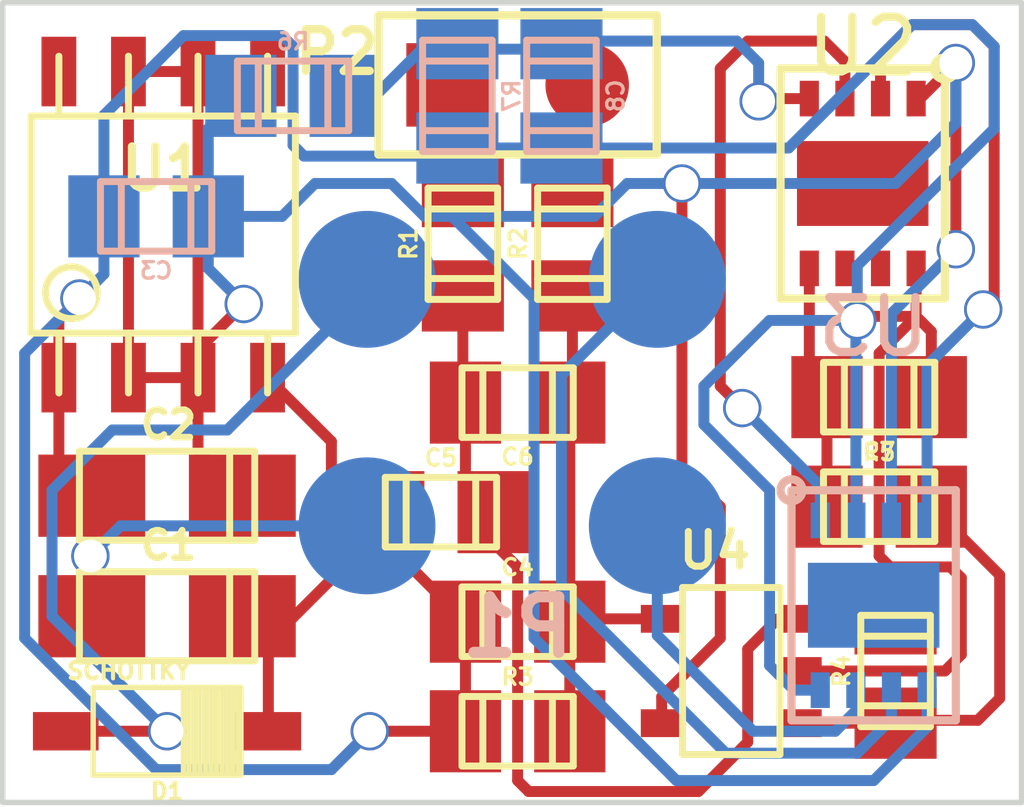
<source format=kicad_pcb>
(kicad_pcb (version 3) (host pcbnew "(2013-05-31 BZR 4019)-stable")

  (general
    (links 48)
    (no_connects 0)
    (area 144.287126 142.991 166.740111 160.44178)
    (thickness 1.6)
    (drawings 4)
    (tracks 190)
    (zones 0)
    (modules 22)
    (nets 16)
  )

  (page A3)
  (layers
    (15 F.Cu signal)
    (0 B.Cu signal)
    (16 B.Adhes user)
    (17 F.Adhes user)
    (18 B.Paste user)
    (19 F.Paste user)
    (20 B.SilkS user)
    (21 F.SilkS user)
    (22 B.Mask user)
    (23 F.Mask user)
    (24 Dwgs.User user)
    (25 Cmts.User user)
    (26 Eco1.User user)
    (27 Eco2.User user)
    (28 Edge.Cuts user)
  )

  (setup
    (last_trace_width 0.2)
    (trace_clearance 0.155)
    (zone_clearance 0.508)
    (zone_45_only no)
    (trace_min 0.155)
    (segment_width 0.2)
    (edge_width 0.1)
    (via_size 0.7)
    (via_drill 0.6)
    (via_min_size 0.45)
    (via_min_drill 0.508)
    (uvia_size 0.508)
    (uvia_drill 0.127)
    (uvias_allowed no)
    (uvia_min_size 0.508)
    (uvia_min_drill 0.127)
    (pcb_text_width 0.3)
    (pcb_text_size 1.5 1.5)
    (mod_edge_width 0.15)
    (mod_text_size 1 1)
    (mod_text_width 0.15)
    (pad_size 2.5 2.5)
    (pad_drill 0)
    (pad_to_mask_clearance 0)
    (aux_axis_origin 0 0)
    (visible_elements 7FFF7FFF)
    (pcbplotparams
      (layerselection 3178497)
      (usegerberextensions true)
      (excludeedgelayer true)
      (linewidth 0.150000)
      (plotframeref false)
      (viasonmask false)
      (mode 1)
      (useauxorigin false)
      (hpglpennumber 1)
      (hpglpenspeed 20)
      (hpglpendiameter 15)
      (hpglpenoverlay 2)
      (psnegative false)
      (psa4output false)
      (plotreference true)
      (plotvalue true)
      (plotothertext true)
      (plotinvisibletext false)
      (padsonsilk false)
      (subtractmaskfromsilk false)
      (outputformat 1)
      (mirror false)
      (drillshape 1)
      (scaleselection 1)
      (outputdirectory ""))
  )

  (net 0 "")
  (net 1 N-000001)
  (net 2 N-0000010)
  (net 3 N-0000013)
  (net 4 N-0000014)
  (net 5 N-0000015)
  (net 6 N-0000016)
  (net 7 N-0000017)
  (net 8 N-000002)
  (net 9 N-000003)
  (net 10 N-000004)
  (net 11 N-000005)
  (net 12 N-000006)
  (net 13 N-000007)
  (net 14 N-000008)
  (net 15 N-000009)

  (net_class Default "This is the default net class."
    (clearance 0.155)
    (trace_width 0.2)
    (via_dia 0.7)
    (via_drill 0.6)
    (uvia_dia 0.508)
    (uvia_drill 0.127)
    (add_net "")
    (add_net N-000001)
    (add_net N-0000010)
    (add_net N-0000013)
    (add_net N-0000014)
    (add_net N-0000015)
    (add_net N-0000016)
    (add_net N-0000017)
    (add_net N-000002)
    (add_net N-000003)
    (add_net N-000004)
    (add_net N-000005)
    (add_net N-000006)
    (add_net N-000007)
    (add_net N-000008)
    (add_net N-000009)
  )

  (module EGT_connector   locked (layer B.Cu) (tedit 51D39846) (tstamp 51D3922C)
    (at 153.9 152.9)
    (descr "Double rangee de contacts 2 x 2 pins")
    (tags CONN)
    (path /51D31415)
    (fp_text reference P1 (at 0.1 4.1) (layer B.SilkS)
      (effects (font (size 1.016 1.016) (thickness 0.2032)) (justify mirror))
    )
    (fp_text value CONN_4 (at 0.2 -4.8) (layer B.SilkS) hide
      (effects (font (size 1.016 1.016) (thickness 0.2032)) (justify mirror))
    )
    (pad 1 smd circle (at -2.65 -2.25) (size 2.5 2.5)
      (layers B.Cu B.Paste B.Mask)
      (net 13 N-000007)
    )
    (pad 2 smd circle (at -2.65 2.25) (size 2.5 2.5)
      (layers B.Cu B.Paste B.Mask)
      (net 14 N-000008)
    )
    (pad 3 smd circle (at 2.65 -2.25) (size 2.5 2.5)
      (layers B.Cu B.Paste B.Mask)
      (net 2 N-0000010)
    )
    (pad 4 smd circle (at 2.65 2.25) (size 2.5 2.5)
      (layers B.Cu B.Paste B.Mask)
      (net 15 N-000009)
    )
    (model pin_array/pins_array_2x2.wrl
      (at (xyz 0 0 0))
      (scale (xyz 1 1 1))
      (rotate (xyz 0 0 0))
    )
  )

  (module SOT23-5 (layer F.Cu) (tedit 51D39AD0) (tstamp 51D391F2)
    (at 157.9 157.8 90)
    (path /51D2E39A)
    (attr smd)
    (fp_text reference U4 (at 2.19964 -0.29972 180) (layer F.SilkS)
      (effects (font (size 0.635 0.635) (thickness 0.127)))
    )
    (fp_text value AD8628 (at 0 0 90) (layer F.SilkS) hide
      (effects (font (size 0.635 0.635) (thickness 0.127)))
    )
    (fp_line (start 1.524 -0.889) (end 1.524 0.889) (layer F.SilkS) (width 0.127))
    (fp_line (start 1.524 0.889) (end -1.524 0.889) (layer F.SilkS) (width 0.127))
    (fp_line (start -1.524 0.889) (end -1.524 -0.889) (layer F.SilkS) (width 0.127))
    (fp_line (start -1.524 -0.889) (end 1.524 -0.889) (layer F.SilkS) (width 0.127))
    (pad 1 smd rect (at -0.9525 1.27 90) (size 0.508 0.762)
      (layers F.Cu F.Paste F.Mask)
      (net 6 N-0000016)
    )
    (pad 3 smd rect (at 0.9525 1.27 90) (size 0.508 0.762)
      (layers F.Cu F.Paste F.Mask)
      (net 3 N-0000013)
    )
    (pad 5 smd rect (at -0.9525 -1.27 90) (size 0.508 0.762)
      (layers F.Cu F.Paste F.Mask)
      (net 12 N-000006)
    )
    (pad 2 smd rect (at 0 1.27 90) (size 0.508 0.762)
      (layers F.Cu F.Paste F.Mask)
      (net 14 N-000008)
    )
    (pad 4 smd rect (at 0.9525 -1.27 90) (size 0.508 0.762)
      (layers F.Cu F.Paste F.Mask)
      (net 5 N-0000015)
    )
    (model smd/SOT23_5.wrl
      (at (xyz 0 0 0))
      (scale (xyz 0.1 0.1 0.1))
      (rotate (xyz 0 0 0))
    )
  )

  (module SOD-123 (layer F.Cu) (tedit 4C3ED0DD) (tstamp 51D39207)
    (at 147.6 158.9)
    (path /51D3136E)
    (fp_text reference D1 (at 0 1.09982) (layer F.SilkS)
      (effects (font (size 0.29972 0.29972) (thickness 0.0762)))
    )
    (fp_text value SCHOTTKY (at -0.70104 -1.09982) (layer F.SilkS)
      (effects (font (size 0.29972 0.29972) (thickness 0.0762)))
    )
    (fp_line (start 0.29972 -0.8001) (end 0.29972 0.8001) (layer F.SilkS) (width 0.09906))
    (fp_line (start 0.39878 -0.8001) (end 0.39878 0.8001) (layer F.SilkS) (width 0.09906))
    (fp_line (start 0.50038 0.8001) (end 0.50038 -0.8001) (layer F.SilkS) (width 0.09906))
    (fp_line (start 0.59944 -0.8001) (end 0.59944 0.8001) (layer F.SilkS) (width 0.09906))
    (fp_line (start 0.70104 0.8001) (end 0.70104 -0.8001) (layer F.SilkS) (width 0.09906))
    (fp_line (start 1.30048 -0.8001) (end 1.30048 0.7493) (layer F.SilkS) (width 0.09906))
    (fp_line (start 1.19888 0.8001) (end 1.19888 -0.8001) (layer F.SilkS) (width 0.09906))
    (fp_line (start 1.09982 0.8001) (end 1.09982 -0.8001) (layer F.SilkS) (width 0.09906))
    (fp_line (start 1.00076 -0.8001) (end 1.00076 0.8001) (layer F.SilkS) (width 0.09906))
    (fp_line (start 0.89916 0.8001) (end 0.89916 -0.8001) (layer F.SilkS) (width 0.09906))
    (fp_line (start 0.8001 -0.8001) (end 0.8001 0.8001) (layer F.SilkS) (width 0.09906))
    (fp_line (start -1.34874 -0.8001) (end 1.34874 -0.8001) (layer F.SilkS) (width 0.09906))
    (fp_line (start 1.34874 -0.8001) (end 1.34874 0.8001) (layer F.SilkS) (width 0.09906))
    (fp_line (start 1.34874 0.8001) (end -1.34874 0.8001) (layer F.SilkS) (width 0.09906))
    (fp_line (start -1.34874 0.8001) (end -1.34874 -0.8001) (layer F.SilkS) (width 0.09906))
    (pad 1 smd rect (at -1.84912 0) (size 1.19888 0.70104)
      (layers F.Cu F.Paste F.Mask)
      (net 13 N-000007)
      (clearance 0.14986)
    )
    (pad 2 smd rect (at 1.84912 0) (size 1.19888 0.70104)
      (layers F.Cu F.Paste F.Mask)
      (net 10 N-000004)
      (clearance 0.14986)
    )
  )

  (module so-8 (layer F.Cu) (tedit 51D39ADB) (tstamp 51D39220)
    (at 147.53 149.65)
    (descr SO-8)
    (path /51D38633)
    (attr smd)
    (fp_text reference U1 (at 0 -1.016) (layer F.SilkS)
      (effects (font (size 0.7493 0.7493) (thickness 0.14986)))
    )
    (fp_text value MC33269 (at 0 1.016) (layer F.SilkS) hide
      (effects (font (size 0.7493 0.7493) (thickness 0.14986)))
    )
    (fp_line (start -2.413 -1.9812) (end -2.413 1.9812) (layer F.SilkS) (width 0.127))
    (fp_line (start -2.413 1.9812) (end 2.413 1.9812) (layer F.SilkS) (width 0.127))
    (fp_line (start 2.413 1.9812) (end 2.413 -1.9812) (layer F.SilkS) (width 0.127))
    (fp_line (start 2.413 -1.9812) (end -2.413 -1.9812) (layer F.SilkS) (width 0.127))
    (fp_line (start -1.905 -1.9812) (end -1.905 -3.0734) (layer F.SilkS) (width 0.127))
    (fp_line (start -0.635 -1.9812) (end -0.635 -3.0734) (layer F.SilkS) (width 0.127))
    (fp_line (start 0.635 -1.9812) (end 0.635 -3.0734) (layer F.SilkS) (width 0.127))
    (fp_line (start 1.905 -3.0734) (end 1.905 -1.9812) (layer F.SilkS) (width 0.127))
    (fp_line (start 1.905 1.9812) (end 1.905 3.0734) (layer F.SilkS) (width 0.127))
    (fp_line (start 0.635 3.0734) (end 0.635 1.9812) (layer F.SilkS) (width 0.127))
    (fp_line (start -0.635 3.0734) (end -0.635 1.9812) (layer F.SilkS) (width 0.127))
    (fp_line (start -1.905 3.0734) (end -1.905 1.9812) (layer F.SilkS) (width 0.127))
    (fp_circle (center -1.6764 1.2446) (end -1.9558 1.6256) (layer F.SilkS) (width 0.127))
    (pad 1 smd rect (at -1.905 2.794) (size 0.635 1.27)
      (layers F.Cu F.Paste F.Mask)
      (net 14 N-000008)
    )
    (pad 2 smd rect (at -0.635 2.794) (size 0.635 1.27)
      (layers F.Cu F.Paste F.Mask)
      (net 12 N-000006)
    )
    (pad 3 smd rect (at 0.635 2.794) (size 0.635 1.27)
      (layers F.Cu F.Paste F.Mask)
      (net 12 N-000006)
    )
    (pad 4 smd rect (at 1.905 2.794) (size 0.635 1.27)
      (layers F.Cu F.Paste F.Mask)
      (net 10 N-000004)
    )
    (pad 5 smd rect (at 1.905 -2.794) (size 0.635 1.27)
      (layers F.Cu F.Paste F.Mask)
    )
    (pad 6 smd rect (at 0.635 -2.794) (size 0.635 1.27)
      (layers F.Cu F.Paste F.Mask)
      (net 12 N-000006)
    )
    (pad 7 smd rect (at -0.635 -2.794) (size 0.635 1.27)
      (layers F.Cu F.Paste F.Mask)
      (net 12 N-000006)
    )
    (pad 8 smd rect (at -1.905 -2.794) (size 0.635 1.27)
      (layers F.Cu F.Paste F.Mask)
    )
    (model smd/smd_dil/so-8.wrl
      (at (xyz 0 0 0))
      (scale (xyz 1 1 1))
      (rotate (xyz 0 0 0))
    )
  )

  (module dfn8 (layer F.Cu) (tedit 51D3D0EA) (tstamp 51D39248)
    (at 160.3 148.9 180)
    (path /51D2DDA0)
    (fp_text reference U2 (at 0 2.5 180) (layer F.SilkS)
      (effects (font (size 1 1) (thickness 0.15)))
    )
    (fp_text value PIC12F1840 (at 0 -5.08 180) (layer F.SilkS) hide
      (effects (font (size 1 1) (thickness 0.15)))
    )
    (fp_circle (center -1.5 2.1) (end -1.7 2.1) (layer F.SilkS) (width 0.15))
    (fp_line (start -1.5 -2.1) (end -1.5 2.1) (layer F.SilkS) (width 0.15))
    (fp_line (start -1.5 2.1) (end 1.5 2.1) (layer F.SilkS) (width 0.15))
    (fp_line (start 1.5 2.1) (end 1.5 -2.1) (layer F.SilkS) (width 0.15))
    (fp_line (start 1.5 -2.1) (end -1.5 -2.1) (layer F.SilkS) (width 0.15))
    (pad 9 smd rect (at 0 0 180) (size 2.4 1.55)
      (layers F.Cu F.Paste F.Mask)
    )
    (pad 1 smd rect (at -0.975 1.55 180) (size 0.35 0.65)
      (layers F.Cu F.Paste F.Mask)
      (net 12 N-000006)
    )
    (pad 2 smd rect (at -0.325 1.55 180) (size 0.35 0.65)
      (layers F.Cu F.Paste F.Mask)
      (net 1 N-000001)
    )
    (pad 3 smd rect (at 0.325 1.55 180) (size 0.35 0.65)
      (layers F.Cu F.Paste F.Mask)
      (net 9 N-000003)
    )
    (pad 4 smd rect (at 0.975 1.55 180) (size 0.35 0.65)
      (layers F.Cu F.Paste F.Mask)
      (net 11 N-000005)
    )
    (pad 5 smd rect (at 0.975 -1.55 180) (size 0.35 0.65)
      (layers F.Cu F.Paste F.Mask)
      (net 8 N-000002)
    )
    (pad 6 smd rect (at 0.325 -1.55 180) (size 0.35 0.65)
      (layers F.Cu F.Paste F.Mask)
    )
    (pad 7 smd rect (at -0.325 -1.55 180) (size 0.35 0.65)
      (layers F.Cu F.Paste F.Mask)
    )
    (pad 8 smd rect (at -0.975 -1.55 180) (size 0.35 0.65)
      (layers F.Cu F.Paste F.Mask)
      (net 14 N-000008)
    )
  )

  (module dfn8 (layer B.Cu) (tedit 51D39ABE) (tstamp 51D3925A)
    (at 160.5 156.6)
    (path /51D2E563)
    (fp_text reference U3 (at 0 -5.08) (layer B.SilkS)
      (effects (font (size 1 1) (thickness 0.15)) (justify mirror))
    )
    (fp_text value TJA1051TK/3 (at 0 5.08) (layer B.SilkS) hide
      (effects (font (size 1 1) (thickness 0.15)) (justify mirror))
    )
    (fp_circle (center -1.5 -2.1) (end -1.7 -2.1) (layer B.SilkS) (width 0.15))
    (fp_line (start -1.5 2.1) (end -1.5 -2.1) (layer B.SilkS) (width 0.15))
    (fp_line (start -1.5 -2.1) (end 1.5 -2.1) (layer B.SilkS) (width 0.15))
    (fp_line (start 1.5 -2.1) (end 1.5 2.1) (layer B.SilkS) (width 0.15))
    (fp_line (start 1.5 2.1) (end -1.5 2.1) (layer B.SilkS) (width 0.15))
    (pad 9 smd rect (at 0 0) (size 2.4 1.55)
      (layers B.Cu B.Paste B.Mask)
    )
    (pad 1 smd rect (at -0.975 -1.55) (size 0.35 0.65)
      (layers B.Cu B.Paste B.Mask)
      (net 9 N-000003)
    )
    (pad 2 smd rect (at -0.325 -1.55) (size 0.35 0.65)
      (layers B.Cu B.Paste B.Mask)
      (net 14 N-000008)
    )
    (pad 3 smd rect (at 0.325 -1.55) (size 0.35 0.65)
      (layers B.Cu B.Paste B.Mask)
      (net 12 N-000006)
    )
    (pad 4 smd rect (at 0.975 -1.55) (size 0.35 0.65)
      (layers B.Cu B.Paste B.Mask)
      (net 1 N-000001)
    )
    (pad 5 smd rect (at 0.975 1.55) (size 0.35 0.65)
      (layers B.Cu B.Paste B.Mask)
      (net 12 N-000006)
    )
    (pad 6 smd rect (at 0.325 1.55) (size 0.35 0.65)
      (layers B.Cu B.Paste B.Mask)
      (net 2 N-0000010)
    )
    (pad 7 smd rect (at -0.325 1.55) (size 0.35 0.65)
      (layers B.Cu B.Paste B.Mask)
      (net 15 N-000009)
    )
    (pad 8 smd rect (at -0.975 1.55) (size 0.35 0.65)
      (layers B.Cu B.Paste B.Mask)
      (net 14 N-000008)
    )
  )

  (module c_tant_A (layer F.Cu) (tedit 4D5D91D2) (tstamp 51D39265)
    (at 147.6 154.6)
    (descr "SMT capacitor, tantalum size A")
    (path /51D3020B)
    (fp_text reference C2 (at 0.0254 -1.2954) (layer F.SilkS)
      (effects (font (size 0.50038 0.50038) (thickness 0.11938)))
    )
    (fp_text value 10uF (at 0 1.27) (layer F.SilkS) hide
      (effects (font (size 0.50038 0.50038) (thickness 0.11938)))
    )
    (fp_line (start 1.143 0.8128) (end 1.143 -0.8128) (layer F.SilkS) (width 0.127))
    (fp_line (start -1.6002 -0.8128) (end -1.6002 0.8128) (layer F.SilkS) (width 0.127))
    (fp_line (start -1.6002 0.8128) (end 1.6002 0.8128) (layer F.SilkS) (width 0.127))
    (fp_line (start 1.6002 0.8128) (end 1.6002 -0.8128) (layer F.SilkS) (width 0.127))
    (fp_line (start 1.6002 -0.8128) (end -1.6002 -0.8128) (layer F.SilkS) (width 0.127))
    (pad 1 smd rect (at 1.37414 0) (size 1.95072 1.50114)
      (layers F.Cu F.Paste F.Mask)
      (net 12 N-000006)
    )
    (pad 2 smd rect (at -1.37414 0) (size 1.95072 1.50114)
      (layers F.Cu F.Paste F.Mask)
      (net 14 N-000008)
    )
    (model smd/capacitors/c_tant_A.wrl
      (at (xyz 0 0 0))
      (scale (xyz 1 1 1))
      (rotate (xyz 0 0 0))
    )
  )

  (module c_tant_A (layer F.Cu) (tedit 4D5D91D2) (tstamp 51D39270)
    (at 147.6 156.8)
    (descr "SMT capacitor, tantalum size A")
    (path /51D301FC)
    (fp_text reference C1 (at 0.0254 -1.2954) (layer F.SilkS)
      (effects (font (size 0.50038 0.50038) (thickness 0.11938)))
    )
    (fp_text value 10uF (at 0 1.27) (layer F.SilkS) hide
      (effects (font (size 0.50038 0.50038) (thickness 0.11938)))
    )
    (fp_line (start 1.143 0.8128) (end 1.143 -0.8128) (layer F.SilkS) (width 0.127))
    (fp_line (start -1.6002 -0.8128) (end -1.6002 0.8128) (layer F.SilkS) (width 0.127))
    (fp_line (start -1.6002 0.8128) (end 1.6002 0.8128) (layer F.SilkS) (width 0.127))
    (fp_line (start 1.6002 0.8128) (end 1.6002 -0.8128) (layer F.SilkS) (width 0.127))
    (fp_line (start 1.6002 -0.8128) (end -1.6002 -0.8128) (layer F.SilkS) (width 0.127))
    (pad 1 smd rect (at 1.37414 0) (size 1.95072 1.50114)
      (layers F.Cu F.Paste F.Mask)
      (net 10 N-000004)
    )
    (pad 2 smd rect (at -1.37414 0) (size 1.95072 1.50114)
      (layers F.Cu F.Paste F.Mask)
      (net 14 N-000008)
    )
    (model smd/capacitors/c_tant_A.wrl
      (at (xyz 0 0 0))
      (scale (xyz 1 1 1))
      (rotate (xyz 0 0 0))
    )
  )

  (module c_0805 (layer F.Cu) (tedit 49047394) (tstamp 51D39C99)
    (at 153 150 90)
    (descr "SMT capacitor, 0805")
    (path /51D337AC)
    (fp_text reference R1 (at 0 -0.9906 90) (layer F.SilkS)
      (effects (font (size 0.29972 0.29972) (thickness 0.06096)))
    )
    (fp_text value R (at 0 0.9906 90) (layer F.SilkS) hide
      (effects (font (size 0.29972 0.29972) (thickness 0.06096)))
    )
    (fp_line (start 0.635 -0.635) (end 0.635 0.635) (layer F.SilkS) (width 0.127))
    (fp_line (start -0.635 -0.635) (end -0.635 0.6096) (layer F.SilkS) (width 0.127))
    (fp_line (start -1.016 -0.635) (end 1.016 -0.635) (layer F.SilkS) (width 0.127))
    (fp_line (start 1.016 -0.635) (end 1.016 0.635) (layer F.SilkS) (width 0.127))
    (fp_line (start 1.016 0.635) (end -1.016 0.635) (layer F.SilkS) (width 0.127))
    (fp_line (start -1.016 0.635) (end -1.016 -0.635) (layer F.SilkS) (width 0.127))
    (pad 1 smd rect (at 0.9525 0 90) (size 1.30048 1.4986)
      (layers F.Cu F.Paste F.Mask)
      (net 7 N-0000017)
    )
    (pad 2 smd rect (at -0.9525 0 90) (size 1.30048 1.4986)
      (layers F.Cu F.Paste F.Mask)
      (net 3 N-0000013)
    )
    (model smd/capacitors/c_0805.wrl
      (at (xyz 0 0 0))
      (scale (xyz 1 1 1))
      (rotate (xyz 0 0 0))
    )
  )

  (module c_0805 (layer F.Cu) (tedit 49047394) (tstamp 51D39288)
    (at 160.9 157.8 90)
    (descr "SMT capacitor, 0805")
    (path /51D337BB)
    (fp_text reference R4 (at 0 -0.9906 90) (layer F.SilkS)
      (effects (font (size 0.29972 0.29972) (thickness 0.06096)))
    )
    (fp_text value R (at 0 0.9906 90) (layer F.SilkS) hide
      (effects (font (size 0.29972 0.29972) (thickness 0.06096)))
    )
    (fp_line (start 0.635 -0.635) (end 0.635 0.635) (layer F.SilkS) (width 0.127))
    (fp_line (start -0.635 -0.635) (end -0.635 0.6096) (layer F.SilkS) (width 0.127))
    (fp_line (start -1.016 -0.635) (end 1.016 -0.635) (layer F.SilkS) (width 0.127))
    (fp_line (start 1.016 -0.635) (end 1.016 0.635) (layer F.SilkS) (width 0.127))
    (fp_line (start 1.016 0.635) (end -1.016 0.635) (layer F.SilkS) (width 0.127))
    (fp_line (start -1.016 0.635) (end -1.016 -0.635) (layer F.SilkS) (width 0.127))
    (pad 1 smd rect (at 0.9525 0 90) (size 1.30048 1.4986)
      (layers F.Cu F.Paste F.Mask)
      (net 3 N-0000013)
    )
    (pad 2 smd rect (at -0.9525 0 90) (size 1.30048 1.4986)
      (layers F.Cu F.Paste F.Mask)
      (net 6 N-0000016)
    )
    (model smd/capacitors/c_0805.wrl
      (at (xyz 0 0 0))
      (scale (xyz 1 1 1))
      (rotate (xyz 0 0 0))
    )
  )

  (module c_0805 (layer F.Cu) (tedit 49047394) (tstamp 51D39294)
    (at 155 150 90)
    (descr "SMT capacitor, 0805")
    (path /51D337CA)
    (fp_text reference R2 (at 0 -0.9906 90) (layer F.SilkS)
      (effects (font (size 0.29972 0.29972) (thickness 0.06096)))
    )
    (fp_text value R (at 0 0.9906 90) (layer F.SilkS) hide
      (effects (font (size 0.29972 0.29972) (thickness 0.06096)))
    )
    (fp_line (start 0.635 -0.635) (end 0.635 0.635) (layer F.SilkS) (width 0.127))
    (fp_line (start -0.635 -0.635) (end -0.635 0.6096) (layer F.SilkS) (width 0.127))
    (fp_line (start -1.016 -0.635) (end 1.016 -0.635) (layer F.SilkS) (width 0.127))
    (fp_line (start 1.016 -0.635) (end 1.016 0.635) (layer F.SilkS) (width 0.127))
    (fp_line (start 1.016 0.635) (end -1.016 0.635) (layer F.SilkS) (width 0.127))
    (fp_line (start -1.016 0.635) (end -1.016 -0.635) (layer F.SilkS) (width 0.127))
    (pad 1 smd rect (at 0.9525 0 90) (size 1.30048 1.4986)
      (layers F.Cu F.Paste F.Mask)
      (net 4 N-0000014)
    )
    (pad 2 smd rect (at -0.9525 0 90) (size 1.30048 1.4986)
      (layers F.Cu F.Paste F.Mask)
      (net 5 N-0000015)
    )
    (model smd/capacitors/c_0805.wrl
      (at (xyz 0 0 0))
      (scale (xyz 1 1 1))
      (rotate (xyz 0 0 0))
    )
  )

  (module c_0805 (layer F.Cu) (tedit 49047394) (tstamp 51D392A0)
    (at 154 158.9)
    (descr "SMT capacitor, 0805")
    (path /51D337D9)
    (fp_text reference R3 (at 0 -0.9906) (layer F.SilkS)
      (effects (font (size 0.29972 0.29972) (thickness 0.06096)))
    )
    (fp_text value R (at 0 0.9906) (layer F.SilkS) hide
      (effects (font (size 0.29972 0.29972) (thickness 0.06096)))
    )
    (fp_line (start 0.635 -0.635) (end 0.635 0.635) (layer F.SilkS) (width 0.127))
    (fp_line (start -0.635 -0.635) (end -0.635 0.6096) (layer F.SilkS) (width 0.127))
    (fp_line (start -1.016 -0.635) (end 1.016 -0.635) (layer F.SilkS) (width 0.127))
    (fp_line (start 1.016 -0.635) (end 1.016 0.635) (layer F.SilkS) (width 0.127))
    (fp_line (start 1.016 0.635) (end -1.016 0.635) (layer F.SilkS) (width 0.127))
    (fp_line (start -1.016 0.635) (end -1.016 -0.635) (layer F.SilkS) (width 0.127))
    (pad 1 smd rect (at 0.9525 0) (size 1.30048 1.4986)
      (layers F.Cu F.Paste F.Mask)
      (net 5 N-0000015)
    )
    (pad 2 smd rect (at -0.9525 0) (size 1.30048 1.4986)
      (layers F.Cu F.Paste F.Mask)
      (net 14 N-000008)
    )
    (model smd/capacitors/c_0805.wrl
      (at (xyz 0 0 0))
      (scale (xyz 1 1 1))
      (rotate (xyz 0 0 0))
    )
  )

  (module c_0805 (layer B.Cu) (tedit 49047394) (tstamp 51D392AC)
    (at 149.9 147.3 180)
    (descr "SMT capacitor, 0805")
    (path /51D337E8)
    (fp_text reference R6 (at 0 0.9906 180) (layer B.SilkS)
      (effects (font (size 0.29972 0.29972) (thickness 0.06096)) (justify mirror))
    )
    (fp_text value R (at 0 -0.9906 180) (layer B.SilkS) hide
      (effects (font (size 0.29972 0.29972) (thickness 0.06096)) (justify mirror))
    )
    (fp_line (start 0.635 0.635) (end 0.635 -0.635) (layer B.SilkS) (width 0.127))
    (fp_line (start -0.635 0.635) (end -0.635 -0.6096) (layer B.SilkS) (width 0.127))
    (fp_line (start -1.016 0.635) (end 1.016 0.635) (layer B.SilkS) (width 0.127))
    (fp_line (start 1.016 0.635) (end 1.016 -0.635) (layer B.SilkS) (width 0.127))
    (fp_line (start 1.016 -0.635) (end -1.016 -0.635) (layer B.SilkS) (width 0.127))
    (fp_line (start -1.016 -0.635) (end -1.016 0.635) (layer B.SilkS) (width 0.127))
    (pad 1 smd rect (at 0.9525 0 180) (size 1.30048 1.4986)
      (layers B.Cu B.Paste B.Mask)
      (net 12 N-000006)
    )
    (pad 2 smd rect (at -0.9525 0 180) (size 1.30048 1.4986)
      (layers B.Cu B.Paste B.Mask)
      (net 11 N-000005)
    )
    (model smd/capacitors/c_0805.wrl
      (at (xyz 0 0 0))
      (scale (xyz 1 1 1))
      (rotate (xyz 0 0 0))
    )
  )

  (module c_0805 (layer F.Cu) (tedit 49047394) (tstamp 51D392B8)
    (at 160.6 154.8)
    (descr "SMT capacitor, 0805")
    (path /51D337F7)
    (fp_text reference R5 (at 0 -0.9906) (layer F.SilkS)
      (effects (font (size 0.29972 0.29972) (thickness 0.06096)))
    )
    (fp_text value R (at 0 0.9906) (layer F.SilkS) hide
      (effects (font (size 0.29972 0.29972) (thickness 0.06096)))
    )
    (fp_line (start 0.635 -0.635) (end 0.635 0.635) (layer F.SilkS) (width 0.127))
    (fp_line (start -0.635 -0.635) (end -0.635 0.6096) (layer F.SilkS) (width 0.127))
    (fp_line (start -1.016 -0.635) (end 1.016 -0.635) (layer F.SilkS) (width 0.127))
    (fp_line (start 1.016 -0.635) (end 1.016 0.635) (layer F.SilkS) (width 0.127))
    (fp_line (start 1.016 0.635) (end -1.016 0.635) (layer F.SilkS) (width 0.127))
    (fp_line (start -1.016 0.635) (end -1.016 -0.635) (layer F.SilkS) (width 0.127))
    (pad 1 smd rect (at 0.9525 0) (size 1.30048 1.4986)
      (layers F.Cu F.Paste F.Mask)
      (net 6 N-0000016)
    )
    (pad 2 smd rect (at -0.9525 0) (size 1.30048 1.4986)
      (layers F.Cu F.Paste F.Mask)
      (net 8 N-000002)
    )
    (model smd/capacitors/c_0805.wrl
      (at (xyz 0 0 0))
      (scale (xyz 1 1 1))
      (rotate (xyz 0 0 0))
    )
  )

  (module c_0805 (layer F.Cu) (tedit 49047394) (tstamp 51D392C4)
    (at 152.6 154.9)
    (descr "SMT capacitor, 0805")
    (path /51D33806)
    (fp_text reference C5 (at 0 -0.9906) (layer F.SilkS)
      (effects (font (size 0.29972 0.29972) (thickness 0.06096)))
    )
    (fp_text value C (at 0 0.9906) (layer F.SilkS) hide
      (effects (font (size 0.29972 0.29972) (thickness 0.06096)))
    )
    (fp_line (start 0.635 -0.635) (end 0.635 0.635) (layer F.SilkS) (width 0.127))
    (fp_line (start -0.635 -0.635) (end -0.635 0.6096) (layer F.SilkS) (width 0.127))
    (fp_line (start -1.016 -0.635) (end 1.016 -0.635) (layer F.SilkS) (width 0.127))
    (fp_line (start 1.016 -0.635) (end 1.016 0.635) (layer F.SilkS) (width 0.127))
    (fp_line (start 1.016 0.635) (end -1.016 0.635) (layer F.SilkS) (width 0.127))
    (fp_line (start -1.016 0.635) (end -1.016 -0.635) (layer F.SilkS) (width 0.127))
    (pad 1 smd rect (at 0.9525 0) (size 1.30048 1.4986)
      (layers F.Cu F.Paste F.Mask)
      (net 3 N-0000013)
    )
    (pad 2 smd rect (at -0.9525 0) (size 1.30048 1.4986)
      (layers F.Cu F.Paste F.Mask)
      (net 14 N-000008)
    )
    (model smd/capacitors/c_0805.wrl
      (at (xyz 0 0 0))
      (scale (xyz 1 1 1))
      (rotate (xyz 0 0 0))
    )
  )

  (module c_0805 (layer F.Cu) (tedit 49047394) (tstamp 51D392D0)
    (at 154 156.9)
    (descr "SMT capacitor, 0805")
    (path /51D3381A)
    (fp_text reference C4 (at 0 -0.9906) (layer F.SilkS)
      (effects (font (size 0.29972 0.29972) (thickness 0.06096)))
    )
    (fp_text value C (at 0 0.9906) (layer F.SilkS) hide
      (effects (font (size 0.29972 0.29972) (thickness 0.06096)))
    )
    (fp_line (start 0.635 -0.635) (end 0.635 0.635) (layer F.SilkS) (width 0.127))
    (fp_line (start -0.635 -0.635) (end -0.635 0.6096) (layer F.SilkS) (width 0.127))
    (fp_line (start -1.016 -0.635) (end 1.016 -0.635) (layer F.SilkS) (width 0.127))
    (fp_line (start 1.016 -0.635) (end 1.016 0.635) (layer F.SilkS) (width 0.127))
    (fp_line (start 1.016 0.635) (end -1.016 0.635) (layer F.SilkS) (width 0.127))
    (fp_line (start -1.016 0.635) (end -1.016 -0.635) (layer F.SilkS) (width 0.127))
    (pad 1 smd rect (at 0.9525 0) (size 1.30048 1.4986)
      (layers F.Cu F.Paste F.Mask)
      (net 5 N-0000015)
    )
    (pad 2 smd rect (at -0.9525 0) (size 1.30048 1.4986)
      (layers F.Cu F.Paste F.Mask)
      (net 14 N-000008)
    )
    (model smd/capacitors/c_0805.wrl
      (at (xyz 0 0 0))
      (scale (xyz 1 1 1))
      (rotate (xyz 0 0 0))
    )
  )

  (module c_0805 (layer F.Cu) (tedit 49047394) (tstamp 51D392DC)
    (at 154 152.9 180)
    (descr "SMT capacitor, 0805")
    (path /51D33829)
    (fp_text reference C6 (at 0 -0.9906 180) (layer F.SilkS)
      (effects (font (size 0.29972 0.29972) (thickness 0.06096)))
    )
    (fp_text value C (at 0 0.9906 180) (layer F.SilkS) hide
      (effects (font (size 0.29972 0.29972) (thickness 0.06096)))
    )
    (fp_line (start 0.635 -0.635) (end 0.635 0.635) (layer F.SilkS) (width 0.127))
    (fp_line (start -0.635 -0.635) (end -0.635 0.6096) (layer F.SilkS) (width 0.127))
    (fp_line (start -1.016 -0.635) (end 1.016 -0.635) (layer F.SilkS) (width 0.127))
    (fp_line (start 1.016 -0.635) (end 1.016 0.635) (layer F.SilkS) (width 0.127))
    (fp_line (start 1.016 0.635) (end -1.016 0.635) (layer F.SilkS) (width 0.127))
    (fp_line (start -1.016 0.635) (end -1.016 -0.635) (layer F.SilkS) (width 0.127))
    (pad 1 smd rect (at 0.9525 0 180) (size 1.30048 1.4986)
      (layers F.Cu F.Paste F.Mask)
      (net 3 N-0000013)
    )
    (pad 2 smd rect (at -0.9525 0 180) (size 1.30048 1.4986)
      (layers F.Cu F.Paste F.Mask)
      (net 5 N-0000015)
    )
    (model smd/capacitors/c_0805.wrl
      (at (xyz 0 0 0))
      (scale (xyz 1 1 1))
      (rotate (xyz 0 0 0))
    )
  )

  (module c_0805 (layer F.Cu) (tedit 49047394) (tstamp 51D392E8)
    (at 160.6 152.8 180)
    (descr "SMT capacitor, 0805")
    (path /51D33838)
    (fp_text reference C7 (at 0 -0.9906 180) (layer F.SilkS)
      (effects (font (size 0.29972 0.29972) (thickness 0.06096)))
    )
    (fp_text value C (at 0 0.9906 180) (layer F.SilkS) hide
      (effects (font (size 0.29972 0.29972) (thickness 0.06096)))
    )
    (fp_line (start 0.635 -0.635) (end 0.635 0.635) (layer F.SilkS) (width 0.127))
    (fp_line (start -0.635 -0.635) (end -0.635 0.6096) (layer F.SilkS) (width 0.127))
    (fp_line (start -1.016 -0.635) (end 1.016 -0.635) (layer F.SilkS) (width 0.127))
    (fp_line (start 1.016 -0.635) (end 1.016 0.635) (layer F.SilkS) (width 0.127))
    (fp_line (start 1.016 0.635) (end -1.016 0.635) (layer F.SilkS) (width 0.127))
    (fp_line (start -1.016 0.635) (end -1.016 -0.635) (layer F.SilkS) (width 0.127))
    (pad 1 smd rect (at 0.9525 0 180) (size 1.30048 1.4986)
      (layers F.Cu F.Paste F.Mask)
      (net 8 N-000002)
    )
    (pad 2 smd rect (at -0.9525 0 180) (size 1.30048 1.4986)
      (layers F.Cu F.Paste F.Mask)
      (net 14 N-000008)
    )
    (model smd/capacitors/c_0805.wrl
      (at (xyz 0 0 0))
      (scale (xyz 1 1 1))
      (rotate (xyz 0 0 0))
    )
  )

  (module c_0805 (layer B.Cu) (tedit 49047394) (tstamp 51D392F4)
    (at 154.8 147.3 90)
    (descr "SMT capacitor, 0805")
    (path /51D33E71)
    (fp_text reference C8 (at 0 0.9906 90) (layer B.SilkS)
      (effects (font (size 0.29972 0.29972) (thickness 0.06096)) (justify mirror))
    )
    (fp_text value C (at 0 -0.9906 90) (layer B.SilkS) hide
      (effects (font (size 0.29972 0.29972) (thickness 0.06096)) (justify mirror))
    )
    (fp_line (start 0.635 0.635) (end 0.635 -0.635) (layer B.SilkS) (width 0.127))
    (fp_line (start -0.635 0.635) (end -0.635 -0.6096) (layer B.SilkS) (width 0.127))
    (fp_line (start -1.016 0.635) (end 1.016 0.635) (layer B.SilkS) (width 0.127))
    (fp_line (start 1.016 0.635) (end 1.016 -0.635) (layer B.SilkS) (width 0.127))
    (fp_line (start 1.016 -0.635) (end -1.016 -0.635) (layer B.SilkS) (width 0.127))
    (fp_line (start -1.016 -0.635) (end -1.016 0.635) (layer B.SilkS) (width 0.127))
    (pad 1 smd rect (at 0.9525 0 90) (size 1.30048 1.4986)
      (layers B.Cu B.Paste B.Mask)
      (net 11 N-000005)
    )
    (pad 2 smd rect (at -0.9525 0 90) (size 1.30048 1.4986)
      (layers B.Cu B.Paste B.Mask)
      (net 14 N-000008)
    )
    (model smd/capacitors/c_0805.wrl
      (at (xyz 0 0 0))
      (scale (xyz 1 1 1))
      (rotate (xyz 0 0 0))
    )
  )

  (module c_0805 (layer B.Cu) (tedit 49047394) (tstamp 51D39300)
    (at 152.9 147.3 90)
    (descr "SMT capacitor, 0805")
    (path /51D33E80)
    (fp_text reference R7 (at 0 0.9906 90) (layer B.SilkS)
      (effects (font (size 0.29972 0.29972) (thickness 0.06096)) (justify mirror))
    )
    (fp_text value R (at 0 -0.9906 90) (layer B.SilkS) hide
      (effects (font (size 0.29972 0.29972) (thickness 0.06096)) (justify mirror))
    )
    (fp_line (start 0.635 0.635) (end 0.635 -0.635) (layer B.SilkS) (width 0.127))
    (fp_line (start -0.635 0.635) (end -0.635 -0.6096) (layer B.SilkS) (width 0.127))
    (fp_line (start -1.016 0.635) (end 1.016 0.635) (layer B.SilkS) (width 0.127))
    (fp_line (start 1.016 0.635) (end 1.016 -0.635) (layer B.SilkS) (width 0.127))
    (fp_line (start 1.016 -0.635) (end -1.016 -0.635) (layer B.SilkS) (width 0.127))
    (fp_line (start -1.016 -0.635) (end -1.016 0.635) (layer B.SilkS) (width 0.127))
    (pad 1 smd rect (at 0.9525 0 90) (size 1.30048 1.4986)
      (layers B.Cu B.Paste B.Mask)
      (net 11 N-000005)
    )
    (pad 2 smd rect (at -0.9525 0 90) (size 1.30048 1.4986)
      (layers B.Cu B.Paste B.Mask)
      (net 14 N-000008)
    )
    (model smd/capacitors/c_0805.wrl
      (at (xyz 0 0 0))
      (scale (xyz 1 1 1))
      (rotate (xyz 0 0 0))
    )
  )

  (module c_0805 (layer B.Cu) (tedit 49047394) (tstamp 51D3930C)
    (at 147.4 149.5)
    (descr "SMT capacitor, 0805")
    (path /51D34781)
    (fp_text reference C3 (at 0 0.9906) (layer B.SilkS)
      (effects (font (size 0.29972 0.29972) (thickness 0.06096)) (justify mirror))
    )
    (fp_text value 100nF (at 0 -0.9906) (layer B.SilkS) hide
      (effects (font (size 0.29972 0.29972) (thickness 0.06096)) (justify mirror))
    )
    (fp_line (start 0.635 0.635) (end 0.635 -0.635) (layer B.SilkS) (width 0.127))
    (fp_line (start -0.635 0.635) (end -0.635 -0.6096) (layer B.SilkS) (width 0.127))
    (fp_line (start -1.016 0.635) (end 1.016 0.635) (layer B.SilkS) (width 0.127))
    (fp_line (start 1.016 0.635) (end 1.016 -0.635) (layer B.SilkS) (width 0.127))
    (fp_line (start 1.016 -0.635) (end -1.016 -0.635) (layer B.SilkS) (width 0.127))
    (fp_line (start -1.016 -0.635) (end -1.016 0.635) (layer B.SilkS) (width 0.127))
    (pad 1 smd rect (at 0.9525 0) (size 1.30048 1.4986)
      (layers B.Cu B.Paste B.Mask)
      (net 12 N-000006)
    )
    (pad 2 smd rect (at -0.9525 0) (size 1.30048 1.4986)
      (layers B.Cu B.Paste B.Mask)
      (net 14 N-000008)
    )
    (model smd/capacitors/c_0805.wrl
      (at (xyz 0 0 0))
      (scale (xyz 1 1 1))
      (rotate (xyz 0 0 0))
    )
  )

  (module EGT_thermo (layer F.Cu) (tedit 51D39A97) (tstamp 51D39236)
    (at 154 147.1)
    (descr "Connecteurs 2 pins")
    (tags "CONN DEV")
    (path /51D3193F)
    (fp_text reference P2 (at -3.3 -0.6) (layer F.SilkS)
      (effects (font (size 0.762 0.762) (thickness 0.1524)))
    )
    (fp_text value CONN_2 (at 0 -1.905) (layer F.SilkS) hide
      (effects (font (size 0.762 0.762) (thickness 0.1524)))
    )
    (fp_line (start -2.54 1.27) (end -2.54 -1.27) (layer F.SilkS) (width 0.1524))
    (fp_line (start -2.54 -1.27) (end 2.54 -1.27) (layer F.SilkS) (width 0.1524))
    (fp_line (start 2.54 -1.27) (end 2.54 1.27) (layer F.SilkS) (width 0.1524))
    (fp_line (start 2.54 1.27) (end -2.54 1.27) (layer F.SilkS) (width 0.1524))
    (pad 1 smd rect (at -1.27 0) (size 1.524 1.524)
      (layers F.Cu F.Paste F.Mask)
      (net 7 N-0000017)
    )
    (pad 2 smd circle (at 1.27 0) (size 1.524 1.524)
      (layers F.Cu F.Paste F.Mask)
      (net 4 N-0000014)
    )
    (model pin_array/pins_array_2x1.wrl
      (at (xyz 0 0 0))
      (scale (xyz 1 1 1))
      (rotate (xyz 0 0 0))
    )
  )

  (gr_line (start 163.2 145.6) (end 144.6 145.6) (angle 90) (layer Edge.Cuts) (width 0.1))
  (gr_line (start 163.2 160.2) (end 163.2 145.6) (angle 90) (layer Edge.Cuts) (width 0.1))
  (gr_line (start 144.6 160.2) (end 163.2 160.2) (angle 90) (layer Edge.Cuts) (width 0.1))
  (gr_line (start 144.6 145.6) (end 144.6 160.2) (angle 90) (layer Edge.Cuts) (width 0.1))

  (segment (start 161.475 155.05) (end 161.475 152.225) (width 0.2) (layer B.Cu) (net 1) (status 400000))
  (segment (start 160.625 146.575) (end 160.625 147.35) (width 0.2) (layer F.Cu) (net 1) (tstamp 51D3CFD4) (status 800000))
  (segment (start 161.2 146) (end 160.625 146.575) (width 0.2) (layer F.Cu) (net 1) (tstamp 51D3CFD3))
  (segment (start 162.3 146) (end 161.2 146) (width 0.2) (layer F.Cu) (net 1) (tstamp 51D3CFD1))
  (segment (start 162.7 146.4) (end 162.3 146) (width 0.2) (layer F.Cu) (net 1) (tstamp 51D3CFCF))
  (segment (start 162.7 151) (end 162.7 146.4) (width 0.2) (layer F.Cu) (net 1) (tstamp 51D3CFCE))
  (segment (start 162.5 151.2) (end 162.7 151) (width 0.2) (layer F.Cu) (net 1) (tstamp 51D3CFCD))
  (via (at 162.5 151.2) (size 0.7) (layers F.Cu B.Cu) (net 1))
  (segment (start 161.475 152.225) (end 162.5 151.2) (width 0.2) (layer B.Cu) (net 1) (tstamp 51D3CFC4))
  (segment (start 160.825 158.15) (end 160.825 158.675) (width 0.2) (layer B.Cu) (net 2))
  (segment (start 154.8 152.4) (end 156.55 150.65) (width 0.2) (layer B.Cu) (net 2) (tstamp 51D3CA33))
  (segment (start 154.8 156.3) (end 154.8 152.4) (width 0.2) (layer B.Cu) (net 2) (tstamp 51D3CA31))
  (segment (start 157.8 159.3) (end 154.8 156.3) (width 0.2) (layer B.Cu) (net 2) (tstamp 51D3CA2B))
  (segment (start 160.2 159.3) (end 157.8 159.3) (width 0.2) (layer B.Cu) (net 2) (tstamp 51D3CA2A))
  (segment (start 160.825 158.675) (end 160.2 159.3) (width 0.2) (layer B.Cu) (net 2) (tstamp 51D3CA29))
  (segment (start 160.9 156.8475) (end 159.17 156.8475) (width 0.2) (layer F.Cu) (net 3) (status C00000))
  (segment (start 153.5525 154.9) (end 153.5525 155.4525) (width 0.2) (layer F.Cu) (net 3))
  (segment (start 158.7525 156.8475) (end 160.9 156.8475) (width 0.2) (layer F.Cu) (net 3) (tstamp 51D3C892))
  (segment (start 158.2 157.4) (end 158.7525 156.8475) (width 0.2) (layer F.Cu) (net 3) (tstamp 51D3C890))
  (segment (start 158.2 159.1) (end 158.2 157.4) (width 0.2) (layer F.Cu) (net 3) (tstamp 51D3C88E))
  (segment (start 157.3 160) (end 158.2 159.1) (width 0.2) (layer F.Cu) (net 3) (tstamp 51D3C889))
  (segment (start 154.2 160) (end 157.3 160) (width 0.2) (layer F.Cu) (net 3) (tstamp 51D3C885))
  (segment (start 154 159.8) (end 154.2 160) (width 0.2) (layer F.Cu) (net 3) (tstamp 51D3C87F))
  (segment (start 154 155.9) (end 154 159.8) (width 0.2) (layer F.Cu) (net 3) (tstamp 51D3C87D))
  (segment (start 153.5525 155.4525) (end 154 155.9) (width 0.2) (layer F.Cu) (net 3) (tstamp 51D3C878))
  (segment (start 153.0475 152.9) (end 153.0475 154.395) (width 0.2) (layer F.Cu) (net 3))
  (segment (start 153.0475 154.395) (end 153.5525 154.9) (width 0.2) (layer F.Cu) (net 3) (tstamp 51D3C698))
  (segment (start 153 150.9525) (end 153 152.8525) (width 0.2) (layer F.Cu) (net 3))
  (segment (start 153 152.8525) (end 153.0475 152.9) (width 0.2) (layer F.Cu) (net 3) (tstamp 51D3C682))
  (segment (start 155.27 147.1) (end 155.27 148.7775) (width 0.2) (layer F.Cu) (net 4))
  (segment (start 155.27 148.7775) (end 155 149.0475) (width 0.2) (layer F.Cu) (net 4) (tstamp 51D3C67D))
  (segment (start 156.63 156.8475) (end 155.005 156.8475) (width 0.2) (layer F.Cu) (net 5))
  (segment (start 155.005 156.8475) (end 154.9525 156.9) (width 0.2) (layer F.Cu) (net 5) (tstamp 51D3C694))
  (segment (start 154.9525 152.9) (end 154.9525 156.9) (width 0.2) (layer F.Cu) (net 5))
  (segment (start 154.9525 156.9) (end 154.9525 158.9) (width 0.2) (layer F.Cu) (net 5) (tstamp 51D3C68D))
  (segment (start 155 150.9525) (end 155 152.8525) (width 0.2) (layer F.Cu) (net 5))
  (segment (start 155 152.8525) (end 154.9525 152.9) (width 0.2) (layer F.Cu) (net 5) (tstamp 51D3C688))
  (segment (start 159.17 158.7525) (end 160.9 158.7525) (width 0.2) (layer F.Cu) (net 6))
  (segment (start 160.9 158.7525) (end 160.9525 158.7) (width 0.2) (layer F.Cu) (net 6) (tstamp 51D3C8C4))
  (segment (start 160.9525 158.7) (end 162.4 158.7) (width 0.2) (layer F.Cu) (net 6) (tstamp 51D3C8C5))
  (segment (start 162.4 158.7) (end 162.8 158.3) (width 0.2) (layer F.Cu) (net 6) (tstamp 51D3C8C8))
  (segment (start 162.8 158.3) (end 162.8 156.0475) (width 0.2) (layer F.Cu) (net 6) (tstamp 51D3C8CA))
  (segment (start 162.8 156.0475) (end 161.5525 154.8) (width 0.2) (layer F.Cu) (net 6) (tstamp 51D3C8CD))
  (segment (start 152.73 147.1) (end 152.73 148.7775) (width 0.2) (layer F.Cu) (net 7))
  (segment (start 152.73 148.7775) (end 153 149.0475) (width 0.2) (layer F.Cu) (net 7) (tstamp 51D3C679))
  (segment (start 159.6475 154.8) (end 159.6475 152.8) (width 0.2) (layer F.Cu) (net 8))
  (segment (start 159.6475 152.8) (end 159.325 152.4775) (width 0.2) (layer F.Cu) (net 8) (tstamp 51D3C8D9))
  (segment (start 159.325 152.4775) (end 159.325 150.45) (width 0.2) (layer F.Cu) (net 8) (tstamp 51D3C8DB))
  (segment (start 159.525 155.05) (end 159.525 154.425) (width 0.2) (layer B.Cu) (net 9))
  (segment (start 159.975 146.675) (end 159.975 147.35) (width 0.2) (layer F.Cu) (net 9) (tstamp 51D3CC61))
  (segment (start 159.6 146.3) (end 159.975 146.675) (width 0.2) (layer F.Cu) (net 9) (tstamp 51D3CC60))
  (segment (start 158.2 146.3) (end 159.6 146.3) (width 0.2) (layer F.Cu) (net 9) (tstamp 51D3CC5E))
  (segment (start 157.7 146.8) (end 158.2 146.3) (width 0.2) (layer F.Cu) (net 9) (tstamp 51D3CC5C))
  (segment (start 157.7 152.6) (end 157.7 146.8) (width 0.2) (layer F.Cu) (net 9) (tstamp 51D3CC58))
  (segment (start 158.1 153) (end 157.7 152.6) (width 0.2) (layer F.Cu) (net 9) (tstamp 51D3CC57))
  (via (at 158.1 153) (size 0.7) (layers F.Cu B.Cu) (net 9))
  (segment (start 159.525 154.425) (end 158.1 153) (width 0.2) (layer B.Cu) (net 9) (tstamp 51D3CC36))
  (segment (start 149.44912 158.9) (end 149.44912 157.27498) (width 0.2) (layer F.Cu) (net 10))
  (segment (start 150.6 153.609) (end 149.435 152.444) (width 0.2) (layer F.Cu) (net 10) (tstamp 51D3A11F))
  (segment (start 150.6 156.1241) (end 150.6 153.609) (width 0.2) (layer F.Cu) (net 10) (tstamp 51D3A11A))
  (segment (start 149.44912 157.27498) (end 150.6 156.1241) (width 0.2) (layer F.Cu) (net 10) (tstamp 51D3A119))
  (segment (start 159.325 147.35) (end 158.45 147.35) (width 0.2) (layer F.Cu) (net 11))
  (segment (start 154.9475 146.3) (end 154.8 146.4475) (width 0.2) (layer B.Cu) (net 11) (tstamp 51D3CC11))
  (segment (start 158 146.3) (end 154.9475 146.3) (width 0.2) (layer B.Cu) (net 11) (tstamp 51D3CC0E))
  (segment (start 158.4 146.7) (end 158 146.3) (width 0.2) (layer B.Cu) (net 11) (tstamp 51D3CC0B))
  (segment (start 158.4 147.4) (end 158.4 146.7) (width 0.2) (layer B.Cu) (net 11) (tstamp 51D3CC0A))
  (via (at 158.4 147.4) (size 0.7) (layers F.Cu B.Cu) (net 11))
  (segment (start 158.45 147.35) (end 158.4 147.4) (width 0.2) (layer F.Cu) (net 11) (tstamp 51D3CC02))
  (segment (start 150.8525 147.3) (end 151.4 147.3) (width 0.2) (layer B.Cu) (net 11))
  (segment (start 152.2525 146.4475) (end 154.8 146.4475) (width 0.2) (layer B.Cu) (net 11) (tstamp 51D3CBAB))
  (segment (start 151.4 147.3) (end 152.2525 146.4475) (width 0.2) (layer B.Cu) (net 11) (tstamp 51D3CBAA))
  (segment (start 156.63 158.7525) (end 156.63 158.27) (width 0.2) (layer F.Cu) (net 12) (status 400000))
  (via (at 157 148.9) (size 0.7) (layers F.Cu B.Cu) (net 12))
  (segment (start 157 154.1) (end 157 148.9) (width 0.2) (layer F.Cu) (net 12) (tstamp 51D3D07E))
  (segment (start 157.7 154.8) (end 157 154.1) (width 0.2) (layer F.Cu) (net 12) (tstamp 51D3D071))
  (segment (start 157.7 157.2) (end 157.7 154.8) (width 0.2) (layer F.Cu) (net 12) (tstamp 51D3D06F))
  (segment (start 156.63 158.27) (end 157.7 157.2) (width 0.2) (layer F.Cu) (net 12) (tstamp 51D3D069))
  (segment (start 160.825 155.05) (end 160.825 151.275) (width 0.2) (layer B.Cu) (net 12) (status 400000))
  (segment (start 162 150.1) (end 162 146.7) (width 0.2) (layer F.Cu) (net 12) (tstamp 51D3D055))
  (via (at 162 150.1) (size 0.7) (layers F.Cu B.Cu) (net 12))
  (segment (start 160.825 151.275) (end 162 150.1) (width 0.2) (layer B.Cu) (net 12) (tstamp 51D3D04B))
  (segment (start 161.275 147.35) (end 161.35 147.35) (width 0.2) (layer F.Cu) (net 12) (status C00000))
  (segment (start 155.4 149.5) (end 152.8 149.5) (width 0.2) (layer B.Cu) (net 12) (tstamp 51D3CFA7))
  (segment (start 156 148.9) (end 155.4 149.5) (width 0.2) (layer B.Cu) (net 12) (tstamp 51D3CFA2))
  (segment (start 160.9 148.9) (end 157 148.9) (width 0.2) (layer B.Cu) (net 12) (tstamp 51D3CF9C))
  (segment (start 157 148.9) (end 156 148.9) (width 0.2) (layer B.Cu) (net 12) (tstamp 51D3D08B))
  (segment (start 162 147.8) (end 160.9 148.9) (width 0.2) (layer B.Cu) (net 12) (tstamp 51D3CF94))
  (segment (start 162 146.7) (end 162 147.8) (width 0.2) (layer B.Cu) (net 12) (tstamp 51D3CF93))
  (via (at 162 146.7) (size 0.7) (layers F.Cu B.Cu) (net 12))
  (segment (start 161.35 147.35) (end 162 146.7) (width 0.2) (layer F.Cu) (net 12) (tstamp 51D3CF8A) (status 400000))
  (segment (start 148.3525 149.5) (end 149.7 149.5) (width 0.2) (layer B.Cu) (net 12) (status 400000))
  (segment (start 161.475 158.825) (end 161.475 158.15) (width 0.2) (layer B.Cu) (net 12) (tstamp 51D3CE99) (status 800000))
  (segment (start 160.5 159.8) (end 161.475 158.825) (width 0.2) (layer B.Cu) (net 12) (tstamp 51D3CE97))
  (segment (start 156.9 159.8) (end 160.5 159.8) (width 0.2) (layer B.Cu) (net 12) (tstamp 51D3CE95))
  (segment (start 154.3 157.2) (end 156.9 159.8) (width 0.2) (layer B.Cu) (net 12) (tstamp 51D3CE92))
  (segment (start 154.3 151) (end 154.3 157.2) (width 0.2) (layer B.Cu) (net 12) (tstamp 51D3CE88))
  (segment (start 152.8 149.5) (end 154.3 151) (width 0.2) (layer B.Cu) (net 12) (tstamp 51D3CE87))
  (segment (start 152.3 149.5) (end 152.8 149.5) (width 0.2) (layer B.Cu) (net 12) (tstamp 51D3CE86))
  (segment (start 151.7 148.9) (end 152.3 149.5) (width 0.2) (layer B.Cu) (net 12) (tstamp 51D3CE82))
  (segment (start 150.3 148.9) (end 151.7 148.9) (width 0.2) (layer B.Cu) (net 12) (tstamp 51D3CE81))
  (segment (start 149.7 149.5) (end 150.3 148.9) (width 0.2) (layer B.Cu) (net 12) (tstamp 51D3CE7F))
  (segment (start 148.3525 149.5) (end 148.3525 147.895) (width 0.2) (layer B.Cu) (net 12))
  (segment (start 148.3525 147.895) (end 148.9475 147.3) (width 0.2) (layer B.Cu) (net 12) (tstamp 51D3CB9A))
  (segment (start 148.165 152.444) (end 148.165 151.935) (width 0.2) (layer F.Cu) (net 12))
  (segment (start 148.3525 150.4525) (end 148.3525 149.5) (width 0.2) (layer B.Cu) (net 12) (tstamp 51D3FF96))
  (segment (start 149 151.1) (end 148.3525 150.4525) (width 0.2) (layer B.Cu) (net 12) (tstamp 51D3FF95))
  (via (at 149 151.1) (size 0.7) (layers F.Cu B.Cu) (net 12))
  (segment (start 148.165 151.935) (end 149 151.1) (width 0.2) (layer F.Cu) (net 12) (tstamp 51D3FF93))
  (segment (start 148.165 152.444) (end 148.165 146.856) (width 0.2) (layer F.Cu) (net 12))
  (segment (start 148.165 146.856) (end 146.895 146.856) (width 0.2) (layer F.Cu) (net 12) (tstamp 51D3A148))
  (segment (start 148.97414 154.6) (end 148.97414 154.57414) (width 0.2) (layer F.Cu) (net 12))
  (segment (start 148.165 153.765) (end 148.165 152.444) (width 0.2) (layer F.Cu) (net 12) (tstamp 51D3A137))
  (segment (start 148.97414 154.57414) (end 148.165 153.765) (width 0.2) (layer F.Cu) (net 12) (tstamp 51D3A130))
  (segment (start 148.165 152.444) (end 146.895 152.444) (width 0.2) (layer F.Cu) (net 12) (tstamp 51D3A139))
  (segment (start 146.895 152.444) (end 146.895 146.856) (width 0.2) (layer F.Cu) (net 12) (tstamp 51D3A13B))
  (segment (start 151.25 150.65) (end 151.25 150.85) (width 0.2) (layer B.Cu) (net 13))
  (segment (start 147.6 158.9) (end 145.75088 158.9) (width 0.2) (layer F.Cu) (net 13) (tstamp 51D3FFA4))
  (via (at 147.6 158.9) (size 0.7) (layers F.Cu B.Cu) (net 13))
  (segment (start 145.5 156.8) (end 147.6 158.9) (width 0.2) (layer B.Cu) (net 13) (tstamp 51D3FFA1))
  (segment (start 145.5 154.5) (end 145.5 156.8) (width 0.2) (layer B.Cu) (net 13) (tstamp 51D3FF9F))
  (segment (start 146.6 153.4) (end 145.5 154.5) (width 0.2) (layer B.Cu) (net 13) (tstamp 51D3FF9D))
  (segment (start 148.7 153.4) (end 146.6 153.4) (width 0.2) (layer B.Cu) (net 13) (tstamp 51D3FF9B))
  (segment (start 151.25 150.85) (end 148.7 153.4) (width 0.2) (layer B.Cu) (net 13) (tstamp 51D3FF9A))
  (segment (start 154.8 148.2525) (end 152.9 148.2525) (width 0.2) (layer B.Cu) (net 14) (status C00000))
  (segment (start 146.4475 149.5) (end 146.4475 147.6525) (width 0.2) (layer B.Cu) (net 14) (status 400000))
  (segment (start 152.7525 148.4) (end 152.9 148.2525) (width 0.2) (layer B.Cu) (net 14) (tstamp 51D3D02C) (status C00000))
  (segment (start 150.1 148.4) (end 152.7525 148.4) (width 0.2) (layer B.Cu) (net 14) (tstamp 51D3D029) (status 800000))
  (segment (start 149.9 148.2) (end 150.1 148.4) (width 0.2) (layer B.Cu) (net 14) (tstamp 51D3D022))
  (segment (start 149.9 146.4) (end 149.9 148.2) (width 0.2) (layer B.Cu) (net 14) (tstamp 51D3D021))
  (segment (start 149.7 146.2) (end 149.9 146.4) (width 0.2) (layer B.Cu) (net 14) (tstamp 51D3D01F))
  (segment (start 147.9 146.2) (end 149.7 146.2) (width 0.2) (layer B.Cu) (net 14) (tstamp 51D3D01D))
  (segment (start 146.4475 147.6525) (end 147.9 146.2) (width 0.2) (layer B.Cu) (net 14) (tstamp 51D3D019))
  (segment (start 152.9 148.2525) (end 158.9475 148.2525) (width 0.2) (layer B.Cu) (net 14) (tstamp 51D3D02F) (status 400000))
  (segment (start 160.2 150.4) (end 160.2 151.4) (width 0.2) (layer B.Cu) (net 14) (tstamp 51D3D047))
  (segment (start 162.7 147.9) (end 160.2 150.4) (width 0.2) (layer B.Cu) (net 14) (tstamp 51D3D044))
  (segment (start 162.7 146.4) (end 162.7 147.9) (width 0.2) (layer B.Cu) (net 14) (tstamp 51D3D03A))
  (segment (start 162.3 146) (end 162.7 146.4) (width 0.2) (layer B.Cu) (net 14) (tstamp 51D3D039))
  (segment (start 161.2 146) (end 162.3 146) (width 0.2) (layer B.Cu) (net 14) (tstamp 51D3D037))
  (segment (start 158.9475 148.2525) (end 161.2 146) (width 0.2) (layer B.Cu) (net 14) (tstamp 51D3D031))
  (segment (start 159.525 158.15) (end 159.05 158.15) (width 0.2) (layer B.Cu) (net 14))
  (segment (start 158.6 151.4) (end 160.2 151.4) (width 0.2) (layer B.Cu) (net 14) (tstamp 51D3CDA6))
  (segment (start 157.4 152.6) (end 158.6 151.4) (width 0.2) (layer B.Cu) (net 14) (tstamp 51D3CDA5))
  (segment (start 157.4 153.3) (end 157.4 152.6) (width 0.2) (layer B.Cu) (net 14) (tstamp 51D3CDA3))
  (segment (start 158.6 154.5) (end 157.4 153.3) (width 0.2) (layer B.Cu) (net 14) (tstamp 51D3CDA0))
  (segment (start 158.6 157.7) (end 158.6 154.5) (width 0.2) (layer B.Cu) (net 14) (tstamp 51D3CD9E))
  (segment (start 159.05 158.15) (end 158.6 157.7) (width 0.2) (layer B.Cu) (net 14) (tstamp 51D3CD99))
  (segment (start 160.175 155.05) (end 160.175 151.425) (width 0.2) (layer B.Cu) (net 14))
  (segment (start 160.175 151.425) (end 160.2 151.4) (width 0.2) (layer B.Cu) (net 14) (tstamp 51D3CD8F))
  (segment (start 161.275 151.325) (end 160.275 151.325) (width 0.2) (layer F.Cu) (net 14))
  (via (at 160.2 151.4) (size 0.7) (layers F.Cu B.Cu) (net 14))
  (segment (start 160.275 151.325) (end 160.2 151.4) (width 0.2) (layer F.Cu) (net 14) (tstamp 51D3CD66))
  (segment (start 161.5525 152.8) (end 161.5525 151.6025) (width 0.2) (layer F.Cu) (net 14))
  (segment (start 161.5525 151.6025) (end 161.275 151.325) (width 0.2) (layer F.Cu) (net 14) (tstamp 51D3CD5B))
  (segment (start 159.17 157.8) (end 161.8 157.8) (width 0.2) (layer F.Cu) (net 14))
  (segment (start 161.275 151.325) (end 161.275 150.45) (width 0.2) (layer F.Cu) (net 14) (tstamp 51D3CD57))
  (segment (start 160.6 152) (end 161.275 151.325) (width 0.2) (layer F.Cu) (net 14) (tstamp 51D3CD48))
  (segment (start 160.6 155.7) (end 160.6 152) (width 0.2) (layer F.Cu) (net 14) (tstamp 51D3CD46))
  (segment (start 160.8 155.9) (end 160.6 155.7) (width 0.2) (layer F.Cu) (net 14) (tstamp 51D3CD44))
  (segment (start 161.9 155.9) (end 160.8 155.9) (width 0.2) (layer F.Cu) (net 14) (tstamp 51D3CD43))
  (segment (start 162.1 156.1) (end 161.9 155.9) (width 0.2) (layer F.Cu) (net 14) (tstamp 51D3CD3F))
  (segment (start 162.1 157.5) (end 162.1 156.1) (width 0.2) (layer F.Cu) (net 14) (tstamp 51D3CD3D))
  (segment (start 161.8 157.8) (end 162.1 157.5) (width 0.2) (layer F.Cu) (net 14) (tstamp 51D3CD38))
  (segment (start 151.6475 154.9) (end 151.6475 155.5) (width 0.2) (layer F.Cu) (net 14))
  (segment (start 151.6475 155.5) (end 153.0475 156.9) (width 0.2) (layer F.Cu) (net 14) (tstamp 51D3CCFE))
  (segment (start 153.0475 156.9) (end 153.0475 158.9) (width 0.2) (layer F.Cu) (net 14) (tstamp 51D3CCFF))
  (segment (start 153.0475 158.9) (end 151.3 158.9) (width 0.2) (layer F.Cu) (net 14) (tstamp 51D3CD01))
  (via (at 151.3 158.9) (size 0.7) (layers F.Cu B.Cu) (net 14))
  (segment (start 151.3 158.9) (end 150.6 159.6) (width 0.2) (layer B.Cu) (net 14) (tstamp 51D3CD17))
  (segment (start 150.6 159.6) (end 147.4 159.6) (width 0.2) (layer B.Cu) (net 14) (tstamp 51D3CD18))
  (segment (start 147.4 159.6) (end 145 157.2) (width 0.2) (layer B.Cu) (net 14) (tstamp 51D3CD19))
  (segment (start 145 157.2) (end 145 152) (width 0.2) (layer B.Cu) (net 14) (tstamp 51D3CD1C))
  (segment (start 145 152) (end 146 151) (width 0.2) (layer B.Cu) (net 14) (tstamp 51D3CD1F))
  (segment (start 145.625 152.444) (end 145.625 151.375) (width 0.2) (layer F.Cu) (net 14))
  (segment (start 146.4475 150.5525) (end 146.4475 149.5) (width 0.2) (layer B.Cu) (net 14) (tstamp 51D3FF90))
  (segment (start 146 151) (end 146.4475 150.5525) (width 0.2) (layer B.Cu) (net 14) (tstamp 51D3FF8F))
  (via (at 146 151) (size 0.7) (layers F.Cu B.Cu) (net 14))
  (segment (start 145.625 151.375) (end 146 151) (width 0.2) (layer F.Cu) (net 14) (tstamp 51D3FF8D))
  (segment (start 146.22586 154.6) (end 146.22586 155.67414) (width 0.2) (layer F.Cu) (net 14))
  (segment (start 146.75 155.15) (end 151.25 155.15) (width 0.2) (layer B.Cu) (net 14) (tstamp 51D3FF8A))
  (segment (start 146.2 155.7) (end 146.75 155.15) (width 0.2) (layer B.Cu) (net 14) (tstamp 51D3FF89))
  (via (at 146.2 155.7) (size 0.7) (layers F.Cu B.Cu) (net 14))
  (segment (start 146.22586 155.67414) (end 146.2 155.7) (width 0.2) (layer F.Cu) (net 14) (tstamp 51D3FF87))
  (segment (start 146.22586 156.8) (end 146.22586 154.6) (width 0.2) (layer F.Cu) (net 14))
  (segment (start 146.22586 154.6) (end 145.625 153.99914) (width 0.2) (layer F.Cu) (net 14) (tstamp 51D3A128))
  (segment (start 145.625 153.99914) (end 145.625 152.444) (width 0.2) (layer F.Cu) (net 14) (tstamp 51D3A129))
  (segment (start 160.175 158.15) (end 160.175 158.525) (width 0.2) (layer B.Cu) (net 15))
  (segment (start 156.55 157.15) (end 156.55 155.15) (width 0.2) (layer B.Cu) (net 15) (tstamp 51D3CA25))
  (segment (start 158.3 158.9) (end 156.55 157.15) (width 0.2) (layer B.Cu) (net 15) (tstamp 51D3CA20))
  (segment (start 159.8 158.9) (end 158.3 158.9) (width 0.2) (layer B.Cu) (net 15) (tstamp 51D3CA1E))
  (segment (start 160.175 158.525) (end 159.8 158.9) (width 0.2) (layer B.Cu) (net 15) (tstamp 51D3CA1B))

)

</source>
